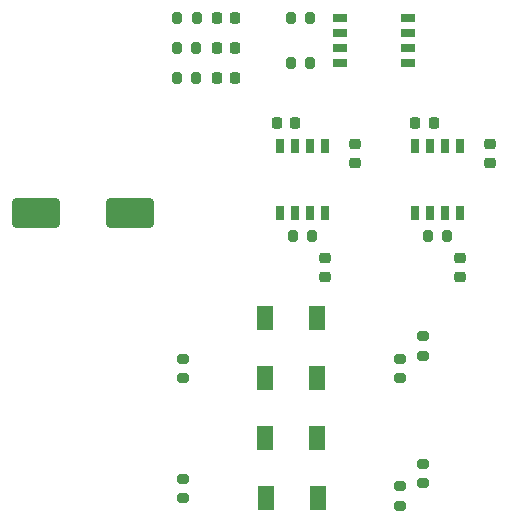
<source format=gtp>
%TF.GenerationSoftware,KiCad,Pcbnew,8.0.3*%
%TF.CreationDate,2024-10-02T02:13:24+09:00*%
%TF.ProjectId,AltairMDmini_V1,416c7461-6972-44d4-946d-696e695f5631,rev?*%
%TF.SameCoordinates,Original*%
%TF.FileFunction,Paste,Top*%
%TF.FilePolarity,Positive*%
%FSLAX46Y46*%
G04 Gerber Fmt 4.6, Leading zero omitted, Abs format (unit mm)*
G04 Created by KiCad (PCBNEW 8.0.3) date 2024-10-02 02:13:24*
%MOMM*%
%LPD*%
G01*
G04 APERTURE LIST*
G04 Aperture macros list*
%AMRoundRect*
0 Rectangle with rounded corners*
0 $1 Rounding radius*
0 $2 $3 $4 $5 $6 $7 $8 $9 X,Y pos of 4 corners*
0 Add a 4 corners polygon primitive as box body*
4,1,4,$2,$3,$4,$5,$6,$7,$8,$9,$2,$3,0*
0 Add four circle primitives for the rounded corners*
1,1,$1+$1,$2,$3*
1,1,$1+$1,$4,$5*
1,1,$1+$1,$6,$7*
1,1,$1+$1,$8,$9*
0 Add four rect primitives between the rounded corners*
20,1,$1+$1,$2,$3,$4,$5,0*
20,1,$1+$1,$4,$5,$6,$7,0*
20,1,$1+$1,$6,$7,$8,$9,0*
20,1,$1+$1,$8,$9,$2,$3,0*%
G04 Aperture macros list end*
%ADD10RoundRect,0.200000X-0.275000X0.200000X-0.275000X-0.200000X0.275000X-0.200000X0.275000X0.200000X0*%
%ADD11RoundRect,0.200000X-0.200000X-0.275000X0.200000X-0.275000X0.200000X0.275000X-0.200000X0.275000X0*%
%ADD12R,0.650000X1.250000*%
%ADD13R,1.250000X0.650000*%
%ADD14R,1.400000X2.000000*%
%ADD15RoundRect,0.218750X0.256250X-0.218750X0.256250X0.218750X-0.256250X0.218750X-0.256250X-0.218750X0*%
%ADD16RoundRect,0.218750X0.218750X0.256250X-0.218750X0.256250X-0.218750X-0.256250X0.218750X-0.256250X0*%
%ADD17RoundRect,0.225000X-0.250000X0.225000X-0.250000X-0.225000X0.250000X-0.225000X0.250000X0.225000X0*%
%ADD18RoundRect,0.225000X0.225000X0.250000X-0.225000X0.250000X-0.225000X-0.250000X0.225000X-0.250000X0*%
%ADD19RoundRect,0.250000X-1.750000X-1.000000X1.750000X-1.000000X1.750000X1.000000X-1.750000X1.000000X0*%
G04 APERTURE END LIST*
D10*
%TO.C,R13*%
X144145000Y-100585000D03*
X144145000Y-102235000D03*
%TD*%
%TO.C,R12*%
X142240000Y-102490000D03*
X142240000Y-104140000D03*
%TD*%
%TO.C,R11*%
X144145000Y-111380000D03*
X144145000Y-113030000D03*
%TD*%
%TO.C,R10*%
X142240000Y-113285000D03*
X142240000Y-114935000D03*
%TD*%
%TO.C,R9*%
X123825000Y-102490000D03*
X123825000Y-104140000D03*
%TD*%
%TO.C,R8*%
X123825000Y-112650000D03*
X123825000Y-114300000D03*
%TD*%
D11*
%TO.C,R7*%
X144590000Y-92075000D03*
X146240000Y-92075000D03*
%TD*%
%TO.C,R6*%
X133160000Y-92075000D03*
X134810000Y-92075000D03*
%TD*%
%TO.C,R5*%
X132970000Y-77470000D03*
X134620000Y-77470000D03*
%TD*%
%TO.C,R4*%
X132970000Y-73660000D03*
X134620000Y-73660000D03*
%TD*%
%TO.C,R3*%
X123352618Y-73660000D03*
X125002618Y-73660000D03*
%TD*%
%TO.C,R2*%
X123330000Y-76200000D03*
X124980000Y-76200000D03*
%TD*%
%TO.C,R1*%
X123330000Y-78740000D03*
X124980000Y-78740000D03*
%TD*%
D12*
%TO.C,IC3*%
X147320000Y-84470000D03*
X146050000Y-84470000D03*
X144780000Y-84470000D03*
X143510000Y-84470000D03*
X143510000Y-90170000D03*
X144780000Y-90170000D03*
X146050000Y-90170000D03*
X147320000Y-90170000D03*
%TD*%
%TO.C,IC2*%
X135890000Y-84470000D03*
X134620000Y-84470000D03*
X133350000Y-84470000D03*
X132080000Y-84470000D03*
X132080000Y-90170000D03*
X133350000Y-90170000D03*
X134620000Y-90170000D03*
X135890000Y-90170000D03*
%TD*%
D13*
%TO.C,IC1*%
X137160000Y-73660000D03*
X137160000Y-74930000D03*
X137160000Y-76200000D03*
X137160000Y-77470000D03*
X142860000Y-77470000D03*
X142860000Y-76200000D03*
X142860000Y-74930000D03*
X142860000Y-73660000D03*
%TD*%
D14*
%TO.C,D9*%
X130812374Y-99060000D03*
X135212374Y-99060000D03*
%TD*%
%TO.C,D8*%
X130810000Y-104140000D03*
X135210000Y-104140000D03*
%TD*%
%TO.C,D7*%
X130810000Y-109220000D03*
X135210000Y-109220000D03*
%TD*%
%TO.C,D6*%
X130855000Y-114300000D03*
X135255000Y-114300000D03*
%TD*%
D15*
%TO.C,D5*%
X149860000Y-85877500D03*
X149860000Y-84302500D03*
%TD*%
%TO.C,D4*%
X138430000Y-85877500D03*
X138430000Y-84302500D03*
%TD*%
D16*
%TO.C,D3*%
X128270000Y-73660000D03*
X126695000Y-73660000D03*
%TD*%
%TO.C,D2*%
X128270000Y-76200000D03*
X126695000Y-76200000D03*
%TD*%
%TO.C,D1*%
X128270000Y-78740000D03*
X126695000Y-78740000D03*
%TD*%
D17*
%TO.C,C5*%
X147320000Y-93980000D03*
X147320000Y-95530000D03*
%TD*%
%TO.C,C4*%
X135890000Y-93980000D03*
X135890000Y-95530000D03*
%TD*%
D18*
%TO.C,C3*%
X145060000Y-82550000D03*
X143510000Y-82550000D03*
%TD*%
%TO.C,C2*%
X133350000Y-82550000D03*
X131800000Y-82550000D03*
%TD*%
D19*
%TO.C,C1*%
X111380000Y-90170000D03*
X119380000Y-90170000D03*
%TD*%
M02*

</source>
